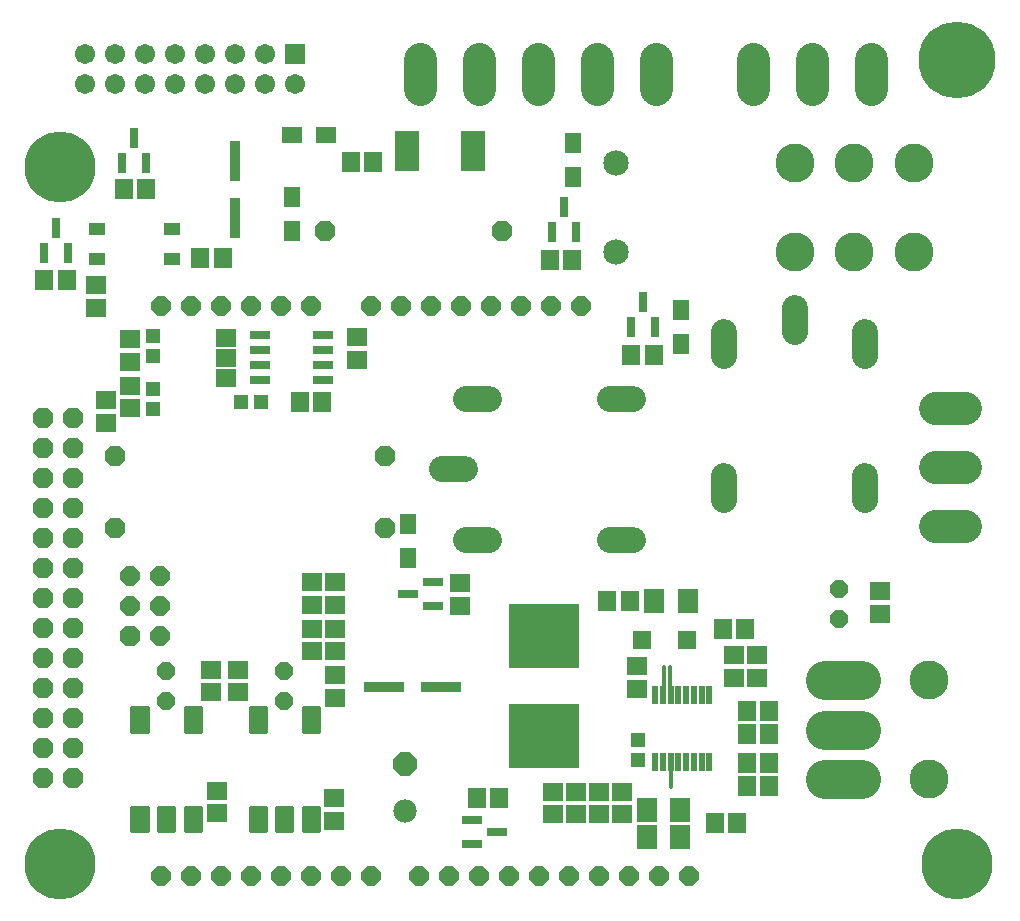
<source format=gts>
G75*
G70*
%OFA0B0*%
%FSLAX24Y24*%
%IPPOS*%
%LPD*%
%AMOC8*
5,1,8,0,0,1.08239X$1,22.5*
%
%ADD10C,0.0120*%
%ADD11C,0.0140*%
%ADD12OC8,0.0674*%
%ADD13R,0.1360X0.0380*%
%ADD14R,0.0671X0.0592*%
%ADD15R,0.0592X0.0671*%
%ADD16R,0.0474X0.0513*%
%ADD17R,0.0631X0.0631*%
%ADD18R,0.0710X0.0789*%
%ADD19R,0.0710X0.0790*%
%ADD20R,0.0220X0.0640*%
%ADD21OC8,0.0634*%
%ADD22OC8,0.0680*%
%ADD23C,0.0860*%
%ADD24R,0.0690X0.0316*%
%ADD25R,0.0680X0.0300*%
%ADD26C,0.0780*%
%ADD27OC8,0.0780*%
%ADD28C,0.1299*%
%ADD29C,0.1299*%
%ADD30C,0.1100*%
%ADD31R,0.0513X0.0474*%
%ADD32C,0.0095*%
%ADD33R,0.0552X0.0671*%
%ADD34R,0.0300X0.0680*%
%ADD35R,0.2362X0.2165*%
%ADD36OC8,0.0600*%
%ADD37C,0.0848*%
%ADD38R,0.0674X0.0674*%
%ADD39C,0.0674*%
%ADD40R,0.0580X0.0430*%
%ADD41R,0.0671X0.0552*%
%ADD42R,0.0789X0.1340*%
%ADD43R,0.0380X0.1360*%
%ADD44C,0.2365*%
%ADD45C,0.2562*%
D10*
X027431Y007007D02*
X027431Y007807D01*
D11*
X027406Y010082D02*
X027406Y011007D01*
X027181Y011007D02*
X027181Y010082D01*
D12*
X007481Y010307D03*
X006481Y010307D03*
X006481Y009307D03*
X007481Y009307D03*
X007481Y008307D03*
X006481Y008307D03*
X006481Y007307D03*
X007481Y007307D03*
X007481Y011307D03*
X006481Y011307D03*
X006481Y012307D03*
X007481Y012307D03*
X007481Y013307D03*
X006481Y013307D03*
X006481Y014307D03*
X007481Y014307D03*
X007481Y015307D03*
X006481Y015307D03*
X006481Y016307D03*
X007481Y016307D03*
X007481Y017307D03*
X006481Y017307D03*
X006481Y018307D03*
X007481Y018307D03*
X007481Y019307D03*
X006481Y019307D03*
D13*
X017856Y010357D03*
X019756Y010357D03*
D14*
X020381Y013058D03*
X020381Y013806D03*
X016231Y013831D03*
X015456Y013831D03*
X015456Y013083D03*
X016231Y013083D03*
X016231Y012281D03*
X016231Y011533D03*
X015456Y011533D03*
X015456Y012281D03*
X016231Y010731D03*
X016231Y009983D03*
X013004Y010168D03*
X013004Y010916D03*
X012088Y010916D03*
X012088Y010168D03*
X012306Y006881D03*
X012306Y006133D03*
X016206Y005883D03*
X016206Y006631D03*
X023481Y006856D03*
X024256Y006856D03*
X024256Y006108D03*
X023481Y006108D03*
X025031Y006108D03*
X025031Y006856D03*
X025806Y006856D03*
X025806Y006108D03*
X026281Y010283D03*
X026281Y011031D03*
X029531Y010658D03*
X029531Y011406D03*
X030306Y011406D03*
X030306Y010658D03*
X034381Y012783D03*
X034381Y013531D03*
X016956Y021258D03*
X016956Y022006D03*
X012606Y021977D03*
X012606Y021307D03*
X012606Y020638D03*
X009381Y020381D03*
X009381Y019633D03*
X008581Y019906D03*
X008581Y019158D03*
X009381Y021183D03*
X009381Y021931D03*
X008256Y022983D03*
X008256Y023731D03*
D15*
X007280Y023907D03*
X006532Y023907D03*
X009182Y026932D03*
X009930Y026932D03*
X011732Y024632D03*
X012480Y024632D03*
X016757Y027832D03*
X017505Y027832D03*
X023382Y024582D03*
X024130Y024582D03*
X026107Y021407D03*
X026855Y021407D03*
X026055Y013207D03*
X025307Y013207D03*
X029157Y012282D03*
X029905Y012282D03*
X029957Y009557D03*
X030705Y009557D03*
X030705Y008782D03*
X029957Y008782D03*
X029957Y007807D03*
X030705Y007807D03*
X030705Y007032D03*
X029957Y007032D03*
X029630Y005807D03*
X028882Y005807D03*
X021705Y006632D03*
X020957Y006632D03*
X015805Y019857D03*
X015057Y019857D03*
D16*
X010156Y019623D03*
X010156Y020292D03*
X010156Y021373D03*
X010156Y022042D03*
X026331Y008592D03*
X026331Y007923D03*
D17*
X026458Y011907D03*
X027954Y011907D03*
D18*
X027732Y006232D03*
X027732Y005357D03*
X026629Y005357D03*
X026629Y006232D03*
D19*
X026871Y013207D03*
X027990Y013207D03*
D20*
X027936Y010077D03*
X028186Y010077D03*
X028446Y010077D03*
X028706Y010077D03*
X027676Y010077D03*
X027426Y010077D03*
X027166Y010077D03*
X026906Y010077D03*
X026906Y007837D03*
X027166Y007837D03*
X027426Y007837D03*
X027676Y007837D03*
X027936Y007837D03*
X028186Y007837D03*
X028446Y007837D03*
X028706Y007837D03*
D21*
X028031Y004032D03*
X027031Y004032D03*
X026031Y004032D03*
X025031Y004032D03*
X024031Y004032D03*
X023031Y004032D03*
X022031Y004032D03*
X021031Y004032D03*
X020031Y004032D03*
X019031Y004032D03*
X017431Y004032D03*
X016431Y004032D03*
X015431Y004032D03*
X014431Y004032D03*
X013431Y004032D03*
X012431Y004032D03*
X011431Y004032D03*
X010431Y004032D03*
X010381Y012032D03*
X010381Y013032D03*
X009381Y013032D03*
X009381Y014032D03*
X010381Y014032D03*
X010431Y023032D03*
X011431Y023032D03*
X012431Y023032D03*
X013431Y023032D03*
X014431Y023032D03*
X015431Y023032D03*
X017431Y023032D03*
X018431Y023032D03*
X019431Y023032D03*
X020431Y023032D03*
X021431Y023032D03*
X022431Y023032D03*
X023431Y023032D03*
X024431Y023032D03*
D22*
X021781Y025557D03*
X015881Y025557D03*
X017906Y018057D03*
X017906Y015632D03*
X009381Y012032D03*
X008906Y015632D03*
X008906Y018057D03*
D23*
X019791Y017607D02*
X020571Y017607D01*
X020591Y015257D02*
X021371Y015257D01*
X025391Y015257D02*
X026171Y015257D01*
X029206Y016592D02*
X029206Y017372D01*
X026171Y019957D02*
X025391Y019957D01*
X021371Y019957D02*
X020591Y019957D01*
X029206Y021392D02*
X029206Y022172D01*
X031556Y022192D02*
X031556Y022972D01*
X033906Y022172D02*
X033906Y021392D01*
X033906Y017372D02*
X033906Y016592D01*
D24*
X015844Y020584D03*
X015844Y021084D03*
X015844Y021584D03*
X015844Y022084D03*
X013718Y022084D03*
X013718Y021584D03*
X013718Y021084D03*
X013718Y020584D03*
D25*
X019506Y013857D03*
X018656Y013457D03*
X019506Y013057D03*
X020781Y005907D03*
X020781Y005107D03*
X021631Y005507D03*
D26*
X018556Y006195D03*
D27*
X018556Y007770D03*
D28*
X032577Y007262D02*
X033759Y007262D01*
X033759Y008916D02*
X032577Y008916D01*
X032577Y010569D02*
X033759Y010569D01*
D29*
X036042Y010569D03*
X036042Y007262D03*
X035516Y024844D03*
X033532Y024844D03*
X031548Y024844D03*
X031548Y027820D03*
X033532Y027820D03*
X035516Y027820D03*
D30*
X034106Y030282D02*
X034106Y031282D01*
X032137Y031282D02*
X032137Y030282D01*
X030169Y030282D02*
X030169Y031282D01*
X026931Y031282D02*
X026931Y030282D01*
X024962Y030282D02*
X024962Y031282D01*
X022994Y031282D02*
X022994Y030282D01*
X021025Y030282D02*
X021025Y031282D01*
X019057Y031282D02*
X019057Y030282D01*
X036231Y019644D02*
X037231Y019644D01*
X037231Y017676D02*
X036231Y017676D01*
X036231Y015707D02*
X037231Y015707D01*
D31*
X013765Y019857D03*
X013096Y019857D03*
D32*
X013918Y009665D02*
X013918Y008853D01*
X013382Y008853D01*
X013382Y009665D01*
X013918Y009665D01*
X013918Y008947D02*
X013382Y008947D01*
X013382Y009041D02*
X013918Y009041D01*
X013918Y009135D02*
X013382Y009135D01*
X013382Y009229D02*
X013918Y009229D01*
X013918Y009323D02*
X013382Y009323D01*
X013382Y009417D02*
X013918Y009417D01*
X013918Y009511D02*
X013382Y009511D01*
X013382Y009605D02*
X013918Y009605D01*
X015690Y009665D02*
X015690Y008853D01*
X015154Y008853D01*
X015154Y009665D01*
X015690Y009665D01*
X015690Y008947D02*
X015154Y008947D01*
X015154Y009041D02*
X015690Y009041D01*
X015690Y009135D02*
X015154Y009135D01*
X015154Y009229D02*
X015690Y009229D01*
X015690Y009323D02*
X015154Y009323D01*
X015154Y009417D02*
X015690Y009417D01*
X015690Y009511D02*
X015154Y009511D01*
X015154Y009605D02*
X015690Y009605D01*
X011753Y009665D02*
X011753Y008853D01*
X011217Y008853D01*
X011217Y009665D01*
X011753Y009665D01*
X011753Y008947D02*
X011217Y008947D01*
X011217Y009041D02*
X011753Y009041D01*
X011753Y009135D02*
X011217Y009135D01*
X011217Y009229D02*
X011753Y009229D01*
X011753Y009323D02*
X011217Y009323D01*
X011217Y009417D02*
X011753Y009417D01*
X011753Y009511D02*
X011217Y009511D01*
X011217Y009605D02*
X011753Y009605D01*
X009981Y009665D02*
X009981Y008853D01*
X009445Y008853D01*
X009445Y009665D01*
X009981Y009665D01*
X009981Y008947D02*
X009445Y008947D01*
X009445Y009041D02*
X009981Y009041D01*
X009981Y009135D02*
X009445Y009135D01*
X009445Y009229D02*
X009981Y009229D01*
X009981Y009323D02*
X009445Y009323D01*
X009445Y009417D02*
X009981Y009417D01*
X009981Y009511D02*
X009445Y009511D01*
X009445Y009605D02*
X009981Y009605D01*
X009981Y006358D02*
X009981Y005546D01*
X009445Y005546D01*
X009445Y006358D01*
X009981Y006358D01*
X009981Y005640D02*
X009445Y005640D01*
X009445Y005734D02*
X009981Y005734D01*
X009981Y005828D02*
X009445Y005828D01*
X009445Y005922D02*
X009981Y005922D01*
X009981Y006016D02*
X009445Y006016D01*
X009445Y006110D02*
X009981Y006110D01*
X009981Y006204D02*
X009445Y006204D01*
X009445Y006298D02*
X009981Y006298D01*
X010867Y006358D02*
X010867Y005546D01*
X010331Y005546D01*
X010331Y006358D01*
X010867Y006358D01*
X010867Y005640D02*
X010331Y005640D01*
X010331Y005734D02*
X010867Y005734D01*
X010867Y005828D02*
X010331Y005828D01*
X010331Y005922D02*
X010867Y005922D01*
X010867Y006016D02*
X010331Y006016D01*
X010331Y006110D02*
X010867Y006110D01*
X010867Y006204D02*
X010331Y006204D01*
X010331Y006298D02*
X010867Y006298D01*
X011753Y006358D02*
X011753Y005546D01*
X011217Y005546D01*
X011217Y006358D01*
X011753Y006358D01*
X011753Y005640D02*
X011217Y005640D01*
X011217Y005734D02*
X011753Y005734D01*
X011753Y005828D02*
X011217Y005828D01*
X011217Y005922D02*
X011753Y005922D01*
X011753Y006016D02*
X011217Y006016D01*
X011217Y006110D02*
X011753Y006110D01*
X011753Y006204D02*
X011217Y006204D01*
X011217Y006298D02*
X011753Y006298D01*
X013918Y006358D02*
X013918Y005546D01*
X013382Y005546D01*
X013382Y006358D01*
X013918Y006358D01*
X013918Y005640D02*
X013382Y005640D01*
X013382Y005734D02*
X013918Y005734D01*
X013918Y005828D02*
X013382Y005828D01*
X013382Y005922D02*
X013918Y005922D01*
X013918Y006016D02*
X013382Y006016D01*
X013382Y006110D02*
X013918Y006110D01*
X013918Y006204D02*
X013382Y006204D01*
X013382Y006298D02*
X013918Y006298D01*
X014804Y006358D02*
X014804Y005546D01*
X014268Y005546D01*
X014268Y006358D01*
X014804Y006358D01*
X014804Y005640D02*
X014268Y005640D01*
X014268Y005734D02*
X014804Y005734D01*
X014804Y005828D02*
X014268Y005828D01*
X014268Y005922D02*
X014804Y005922D01*
X014804Y006016D02*
X014268Y006016D01*
X014268Y006110D02*
X014804Y006110D01*
X014804Y006204D02*
X014268Y006204D01*
X014268Y006298D02*
X014804Y006298D01*
X015690Y006358D02*
X015690Y005546D01*
X015154Y005546D01*
X015154Y006358D01*
X015690Y006358D01*
X015690Y005640D02*
X015154Y005640D01*
X015154Y005734D02*
X015690Y005734D01*
X015690Y005828D02*
X015154Y005828D01*
X015154Y005922D02*
X015690Y005922D01*
X015690Y006016D02*
X015154Y006016D01*
X015154Y006110D02*
X015690Y006110D01*
X015690Y006204D02*
X015154Y006204D01*
X015154Y006298D02*
X015690Y006298D01*
D33*
X018656Y014636D03*
X018656Y015778D03*
X027756Y021761D03*
X027756Y022903D03*
X024156Y027336D03*
X024156Y028478D03*
X014781Y026678D03*
X014781Y025536D03*
D34*
X009931Y027807D03*
X009131Y027807D03*
X009531Y028657D03*
X006931Y025657D03*
X007331Y024807D03*
X006531Y024807D03*
X023456Y025507D03*
X024256Y025507D03*
X023856Y026357D03*
X026506Y023182D03*
X026906Y022332D03*
X026106Y022332D03*
D35*
X023206Y012056D03*
X023206Y008709D03*
D36*
X014536Y009862D03*
X014536Y010862D03*
X010599Y010862D03*
X010599Y009862D03*
X033040Y012618D03*
X033040Y013618D03*
D37*
X025595Y024844D03*
X025595Y027820D03*
D38*
X014906Y031457D03*
D39*
X013906Y031457D03*
X013906Y030457D03*
X014906Y030457D03*
X012906Y030457D03*
X011906Y030457D03*
X010906Y030457D03*
X010906Y031457D03*
X011906Y031457D03*
X012906Y031457D03*
X009906Y031457D03*
X008906Y031457D03*
X008906Y030457D03*
X009906Y030457D03*
X007906Y030457D03*
X007906Y031457D03*
D40*
X008281Y025607D03*
X008281Y024607D03*
X010781Y024607D03*
X010781Y025607D03*
D41*
X014785Y028757D03*
X015926Y028757D03*
D42*
X018628Y028207D03*
X020833Y028207D03*
D43*
X012881Y027882D03*
X012881Y025982D03*
D44*
X007055Y004456D03*
X007055Y027685D03*
X036977Y004456D03*
D45*
X036977Y031228D03*
M02*

</source>
